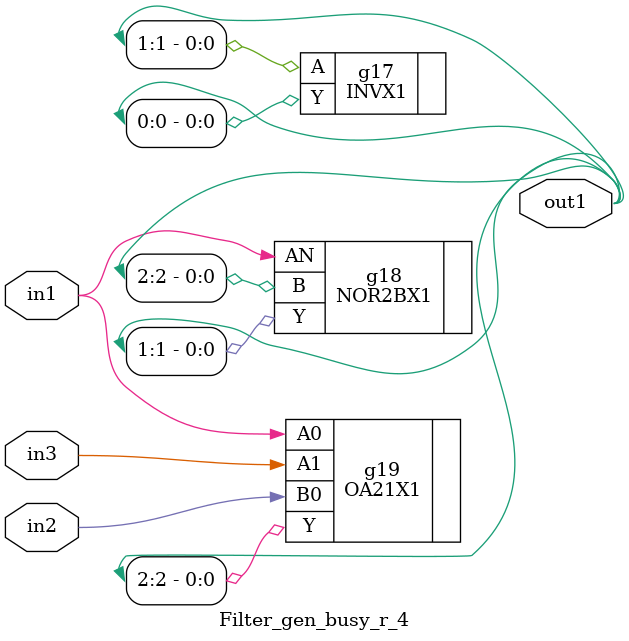
<source format=v>
`timescale 1ps / 1ps


module Filter_gen_busy_r_4(in1, in2, in3, out1);
  input in1, in2, in3;
  output [2:0] out1;
  wire in1, in2, in3;
  wire [2:0] out1;
  INVX1 g17(.A (out1[1]), .Y (out1[0]));
  NOR2BX1 g18(.AN (in1), .B (out1[2]), .Y (out1[1]));
  OA21X1 g19(.A0 (in1), .A1 (in3), .B0 (in2), .Y (out1[2]));
endmodule



</source>
